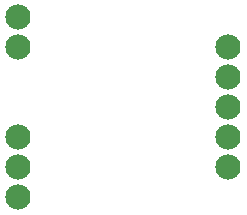
<source format=gbs>
G04*
G04 #@! TF.GenerationSoftware,Altium Limited,Altium Designer,24.9.1 (31)*
G04*
G04 Layer_Color=16711935*
%FSLAX44Y44*%
%MOMM*%
G71*
G04*
G04 #@! TF.SameCoordinates,199308C6-6F5E-48ED-9931-2BF6940419F3*
G04*
G04*
G04 #@! TF.FilePolarity,Negative*
G04*
G01*
G75*
%ADD18C,2.1336*%
D18*
X261366Y81264D02*
D03*
X83566Y55863D02*
D03*
X261366Y106664D02*
D03*
X83566Y81264D02*
D03*
X261366Y132064D02*
D03*
X83566Y106664D02*
D03*
X261366Y157464D02*
D03*
X83566Y182864D02*
D03*
X261366D02*
D03*
X83566Y208263D02*
D03*
M02*

</source>
